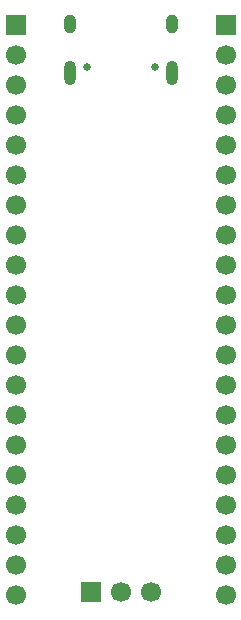
<source format=gbr>
%TF.GenerationSoftware,KiCad,Pcbnew,9.0.6*%
%TF.CreationDate,2025-11-29T15:25:02+01:00*%
%TF.ProjectId,rp2040-dev-board,72703230-3430-42d6-9465-762d626f6172,rev?*%
%TF.SameCoordinates,Original*%
%TF.FileFunction,Soldermask,Bot*%
%TF.FilePolarity,Negative*%
%FSLAX46Y46*%
G04 Gerber Fmt 4.6, Leading zero omitted, Abs format (unit mm)*
G04 Created by KiCad (PCBNEW 9.0.6) date 2025-11-29 15:25:02*
%MOMM*%
%LPD*%
G01*
G04 APERTURE LIST*
%ADD10C,0.650000*%
%ADD11O,1.000000X2.100000*%
%ADD12O,1.000000X1.600000*%
%ADD13R,1.700000X1.700000*%
%ADD14C,1.700000*%
G04 APERTURE END LIST*
D10*
%TO.C,J1*%
X133890000Y-66400000D03*
X128110000Y-66400000D03*
D11*
X135320000Y-66930000D03*
D12*
X135320000Y-62750000D03*
D11*
X126680000Y-66930000D03*
D12*
X126680000Y-62750000D03*
%TD*%
D13*
%TO.C,J4*%
X128460000Y-110890000D03*
D14*
X131000000Y-110890000D03*
X133540000Y-110890000D03*
%TD*%
D13*
%TO.C,J2*%
X122120000Y-62870000D03*
D14*
X122120000Y-65410000D03*
X122120000Y-67950000D03*
X122120000Y-70490000D03*
X122120000Y-73030000D03*
X122120000Y-75570000D03*
X122120000Y-78110000D03*
X122120000Y-80650000D03*
X122120000Y-83190000D03*
X122120000Y-85730000D03*
X122120000Y-88270000D03*
X122120000Y-90810000D03*
X122120000Y-93350000D03*
X122120000Y-95890000D03*
X122120000Y-98430000D03*
X122120000Y-100970000D03*
X122120000Y-103510000D03*
X122120000Y-106050000D03*
X122120000Y-108590000D03*
X122120000Y-111130000D03*
%TD*%
D13*
%TO.C,J3*%
X139890000Y-62870000D03*
D14*
X139890000Y-65410000D03*
X139890000Y-67950000D03*
X139890000Y-70490000D03*
X139890000Y-73030000D03*
X139890000Y-75570000D03*
X139890000Y-78110000D03*
X139890000Y-80650000D03*
X139890000Y-83190000D03*
X139890000Y-85730000D03*
X139890000Y-88270000D03*
X139890000Y-90810000D03*
X139890000Y-93350000D03*
X139890000Y-95890000D03*
X139890000Y-98430000D03*
X139890000Y-100970000D03*
X139890000Y-103510000D03*
X139890000Y-106050000D03*
X139890000Y-108590000D03*
X139890000Y-111130000D03*
%TD*%
M02*

</source>
